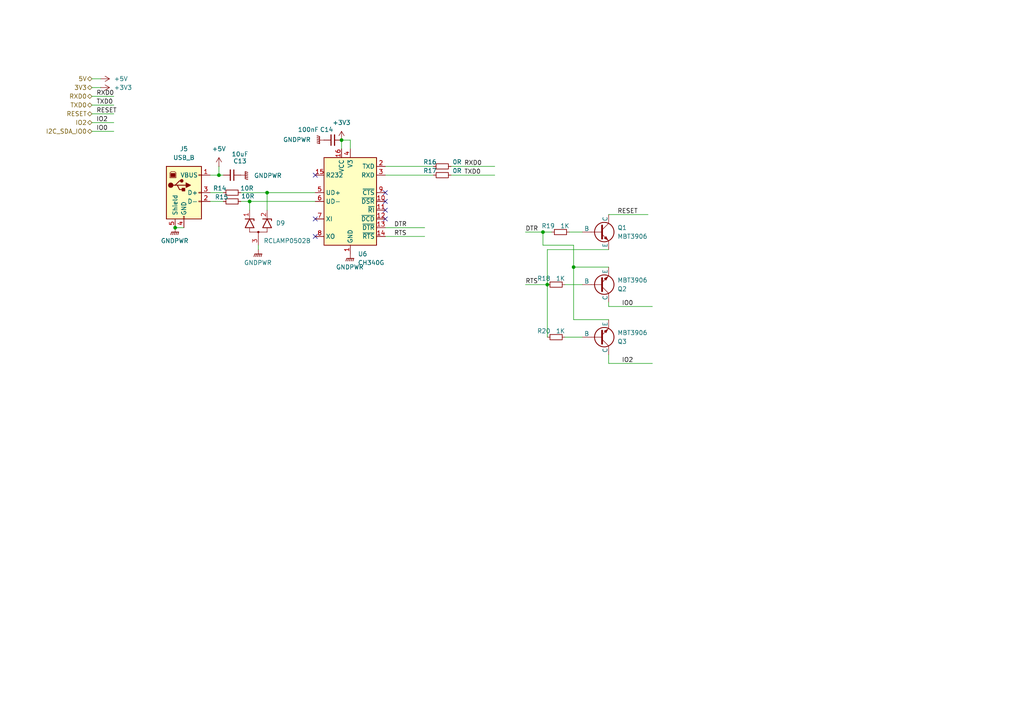
<source format=kicad_sch>
(kicad_sch (version 20231120) (generator "eeschema") (generator_version "8.0")
  (paper "A4")
  (lib_symbols
    (symbol "Connector:USB_B" (pin_names (offset 1.016))
      (property "Reference" "J" (at -5.08 11.43 0))
      (property "Value" "USB_B" (at -5.08 8.89 0))
      (symbol "USB_B_0_1"
        (rectangle (start -5.08 -7.62) (end 5.08 7.62) (stroke (width 0.254)) (fill (type background)))
        (circle (center -3.81 2.159) (radius 0.635) (stroke (width 0.254)) (fill (type outline)))
        (rectangle (start -3.81 5.588) (end -2.54 4.572) (fill (type outline)))
        (circle (center -0.635 3.429) (radius 0.381) (stroke (width 0.254)) (fill (type outline)))
        (rectangle (start -0.127 -7.62) (end 0.127 -6.858))
        (polyline (pts (xy -1.905 2.159) (xy 0.635 2.159)) (stroke (width 0.254)))
        (polyline (pts (xy -3.175 2.159) (xy -2.54 2.159) (xy -1.27 3.429) (xy -0.635 3.429)) (stroke (width 0.254)))
        (polyline (pts (xy -2.54 2.159) (xy -1.905 2.159) (xy -1.27 0.889) (xy 0 0.889)) (stroke (width 0.254)))
        (polyline (pts (xy 0.635 2.794) (xy 0.635 1.524) (xy 1.905 2.159) (xy 0.635 2.794)) (stroke (width 0.254)) (fill (type outline)))
        (polyline (pts (xy -4.064 4.318) (xy -2.286 4.318) (xy -2.286 5.715) (xy -2.667 6.096) (xy -3.683 6.096) (xy -4.064 5.715) (xy -4.064 4.318)))
        (rectangle (start 0.254 1.27) (end -0.508 0.508) (stroke (width 0.254)) (fill (type outline)))
        (rectangle (start 5.08 -2.667) (end 4.318 -2.413))
        (rectangle (start 5.08 -0.127) (end 4.318 0.127))
        (rectangle (start 5.08 4.953) (end 4.318 5.207))
      )
      (symbol "USB_B_1_1"
        (pin power_out line (at 7.62 5.08 180) (length 2.54) (name "VBUS") (number "1"))
        (pin bidirectional line (at 7.62 -2.54 180) (length 2.54) (name "D-") (number "2"))
        (pin bidirectional line (at 7.62 0 180) (length 2.54) (name "D+") (number "3"))
        (pin power_out line (at 0 -10.16 90) (length 2.54) (name "GND") (number "4"))
        (pin passive line (at -2.54 -10.16 90) (length 2.54) (name "Shield") (number "5"))
      )
    )
    (symbol "Device:C_Small" (pin_numbers hide) (pin_names (offset 0.254) hide)
      (property "Reference" "C" (at 0.254 1.778 0))
      (property "Value" "C_Small" (at 0.254 -2.032 0))
      (symbol "C_Small_0_1"
        (polyline (pts (xy -1.524 -0.508) (xy 1.524 -0.508)) (stroke (width 0.3302)))
        (polyline (pts (xy -1.524 0.508) (xy 1.524 0.508)) (stroke (width 0.3048)))
      )
      (symbol "C_Small_1_1"
        (pin passive line (at 0 2.54 270) (length 2.032) (name "~") (number "1"))
        (pin passive line (at 0 -2.54 90) (length 2.032) (name "~") (number "2"))
      )
    )
    (symbol "Device:R_Small" (pin_numbers hide) (pin_names (offset 0.254) hide)
      (property "Reference" "R" (at 0.762 0.508 0))
      (property "Value" "R_Small" (at 0.762 -1.016 0))
      (symbol "R_Small_0_1"
        (rectangle (start -0.762 1.778) (end 0.762 -1.778) (stroke (width 0.2032)))
      )
      (symbol "R_Small_1_1"
        (pin passive line (at 0 2.54 270) (length 0.762) (name "~") (number "1"))
        (pin passive line (at 0 -2.54 90) (length 0.762) (name "~") (number "2"))
      )
    )
    (symbol "Interface_USB:CH340G"
      (property "Reference" "U" (at -5.08 13.97 0))
      (property "Value" "CH340G" (at 1.27 13.97 0))
      (symbol "CH340G_0_1"
        (rectangle (start -7.62 12.7) (end 7.62 -12.7) (stroke (width 0.254)) (fill (type background)))
      )
      (symbol "CH340G_1_1"
        (pin power_in line (at 0 -15.24 90) (length 2.54) (name "GND") (number "1"))
        (pin input line (at 10.16 0 180) (length 2.54) (name "~{DSR}") (number "10"))
        (pin input line (at 10.16 -2.54 180) (length 2.54) (name "~{RI}") (number "11"))
        (pin input line (at 10.16 -5.08 180) (length 2.54) (name "~{DCD}") (number "12"))
        (pin output line (at 10.16 -7.62 180) (length 2.54) (name "~{DTR}") (number "13"))
        (pin output line (at 10.16 -10.16 180) (length 2.54) (name "~{RTS}") (number "14"))
        (pin input line (at -10.16 7.62 0) (length 2.54) (name "R232") (number "15"))
        (pin power_in line (at -2.54 15.24 270) (length 2.54) (name "VCC") (number "16"))
        (pin output line (at 10.16 10.16 180) (length 2.54) (name "TXD") (number "2"))
        (pin input line (at 10.16 7.62 180) (length 2.54) (name "RXD") (number "3"))
        (pin power_out line (at 0 15.24 270) (length 2.54) (name "V3") (number "4"))
        (pin bidirectional line (at -10.16 2.54 0) (length 2.54) (name "UD+") (number "5"))
        (pin bidirectional line (at -10.16 0 0) (length 2.54) (name "UD-") (number "6"))
        (pin input line (at -10.16 -5.08 0) (length 2.54) (name "XI") (number "7"))
        (pin output line (at -10.16 -10.16 0) (length 2.54) (name "XO") (number "8"))
        (pin input line (at 10.16 2.54 180) (length 2.54) (name "~{CTS}") (number "9"))
      )
    )
    (symbol "Power_Protection:RCLAMP0502B" (pin_names hide)
      (property "Reference" "D" (at 0 5.08 0))
      (property "Value" "RCLAMP0502B" (at 0 -5.08 0))
      (symbol "RCLAMP0502B_0_1"
        (polyline (pts (xy -2.54 0) (xy -1.27 0)))
        (polyline (pts (xy -1.27 2.54) (xy -1.27 -2.54)))
        (polyline (pts (xy 0 2.54) (xy -1.27 2.54)) (stroke (width 0.1524)))
        (polyline (pts (xy 2.54 3.81) (xy 2.54 1.27) (xy 2.032 1.27)) (stroke (width 0.254)))
        (polyline (pts (xy 0 1.27) (xy 0 3.81) (xy 2.54 2.54) (xy 0 1.27)) (stroke (width 0.254)))
        (pin passive line (at -5.08 0 0) (length 2.54) (name "A") (number "3"))
      )
      (symbol "RCLAMP0502B_1_1"
        (circle (center -1.27 0) (radius 0.254) (fill (type outline)))
        (polyline (pts (xy 0 -2.54) (xy -1.27 -2.54)) (stroke (width 0.1524)))
        (polyline (pts (xy 2.54 -1.27) (xy 2.54 -3.81) (xy 2.032 -3.81)) (stroke (width 0.254)))
        (polyline (pts (xy 0 -3.81) (xy 0 -1.27) (xy 2.54 -2.54) (xy 0 -3.81)) (stroke (width 0.254)))
        (pin passive line (at 5.08 2.54 180) (length 2.54) (name "K1") (number "1"))
        (pin passive line (at 5.08 -2.54 180) (length 2.54) (name "K2") (number "2"))
      )
    )
    (symbol "Simulation_SPICE:NPN" (pin_numbers hide) (pin_names (offset 0))
      (property "Reference" "Q" (at -2.54 7.62 0))
      (property "Value" "NPN" (at -2.54 5.08 0))
      (symbol "NPN_0_1"
        (polyline (pts (xy -2.54 0) (xy 0.635 0)) (stroke (width 0.1524)))
        (polyline (pts (xy 0.635 0.635) (xy 2.54 2.54)))
        (polyline (pts (xy 2.794 -1.27) (xy 2.794 -1.27)) (stroke (width 0.1524)))
        (polyline (pts (xy 2.794 -1.27) (xy 2.794 -1.27)) (stroke (width 0.1524)))
        (polyline (pts (xy 0.635 -0.635) (xy 2.54 -2.54) (xy 2.54 -2.54)))
        (polyline (pts (xy 0.635 1.905) (xy 0.635 -1.905) (xy 0.635 -1.905)) (stroke (width 0.508)))
        (polyline (pts (xy 1.27 -1.778) (xy 1.778 -1.27) (xy 2.286 -2.286) (xy 1.27 -1.778) (xy 1.27 -1.778)) (fill (type outline)))
        (circle (center 1.27 0) (radius 2.8194) (stroke (width 0.254)))
      )
      (symbol "NPN_1_1"
        (pin open_collector line (at 2.54 5.08 270) (length 2.54) (name "C") (number "1"))
        (pin input line (at -5.08 0 0) (length 2.54) (name "B") (number "2"))
        (pin open_emitter line (at 2.54 -5.08 90) (length 2.54) (name "E") (number "3"))
      )
    )
    (symbol "power:+3V3" (power) (pin_numbers hide) (pin_names (offset 0) hide)
      (property "Value" "+3V3" (at 0 3.556 0))
      (symbol "+3V3_0_1"
        (polyline (pts (xy -0.762 1.27) (xy 0 2.54)))
        (polyline (pts (xy 0 0) (xy 0 2.54)))
        (polyline (pts (xy 0 2.54) (xy 0.762 1.27)))
      )
      (symbol "+3V3_1_1"
        (pin power_in line (at 0 0 90) (length 0) (name "~") (number "1"))
      )
    )
    (symbol "power:+5V" (power) (pin_numbers hide) (pin_names (offset 0) hide)
      (property "Value" "+5V" (at 0 3.556 0))
      (symbol "+5V_0_1"
        (polyline (pts (xy -0.762 1.27) (xy 0 2.54)))
        (polyline (pts (xy 0 0) (xy 0 2.54)))
        (polyline (pts (xy 0 2.54) (xy 0.762 1.27)))
      )
      (symbol "+5V_1_1"
        (pin power_in line (at 0 0 90) (length 0) (name "~") (number "1"))
      )
    )
    (symbol "power:GNDPWR" (power) (pin_numbers hide) (pin_names (offset 0) hide)
      (property "Value" "GNDPWR" (at 0 -3.302 0))
      (symbol "GNDPWR_0_1"
        (polyline (pts (xy 0 -1.27) (xy 0 0)))
        (polyline (pts (xy -1.016 -1.27) (xy -1.27 -2.032) (xy -1.27 -2.032)) (stroke (width 0.2032)))
        (polyline (pts (xy -0.508 -1.27) (xy -0.762 -2.032) (xy -0.762 -2.032)) (stroke (width 0.2032)))
        (polyline (pts (xy 0 -1.27) (xy -0.254 -2.032) (xy -0.254 -2.032)) (stroke (width 0.2032)))
        (polyline (pts (xy 0.508 -1.27) (xy 0.254 -2.032) (xy 0.254 -2.032)) (stroke (width 0.2032)))
        (polyline (pts (xy 1.016 -1.27) (xy -1.016 -1.27) (xy -1.016 -1.27)) (stroke (width 0.2032)))
        (polyline (pts (xy 1.016 -1.27) (xy 0.762 -2.032) (xy 0.762 -2.032) (xy 0.762 -2.032)) (stroke (width 0.2032)))
      )
      (symbol "GNDPWR_1_1"
        (pin power_in line (at 0 0 270) (length 0) (name "~") (number "1"))
      )
    )
  )
  (junction (at 99.06 40.64))
  (junction (at 158.75 82.55))
  (junction (at 77.47 55.88))
  (junction (at 50.8 66.04))
  (junction (at 157.48 67.31))
  (junction (at 72.39 58.42))
  (junction (at 166.37 77.47))
  (junction (at 63.5 50.8))
  (no_connect (at 91.44 63.5))
  (no_connect (at 91.44 50.8))
  (no_connect (at 91.44 68.58))
  (no_connect (at 111.76 60.96))
  (no_connect (at 111.76 63.5))
  (no_connect (at 111.76 55.88))
  (no_connect (at 111.76 58.42))
  (wire (pts (xy 157.48 67.31) (xy 160.02 67.31)))
  (wire (pts (xy 158.75 72.39) (xy 158.75 82.55)))
  (wire (pts (xy 158.75 82.55) (xy 158.75 97.79)))
  (wire (pts (xy 176.53 88.9) (xy 189.23 88.9)))
  (wire (pts (xy 176.53 87.63) (xy 176.53 88.9)))
  (wire (pts (xy 111.76 66.04) (xy 123.19 66.04)))
  (wire (pts (xy 77.47 55.88) (xy 91.44 55.88)))
  (wire (pts (xy 74.93 71.12) (xy 74.93 72.39)))
  (wire (pts (xy 26.67 30.48) (xy 33.02 30.48)))
  (wire (pts (xy 157.48 71.12) (xy 157.48 67.31)))
  (wire (pts (xy 69.85 55.88) (xy 77.47 55.88)))
  (wire (pts (xy 166.37 77.47) (xy 166.37 71.12)))
  (wire (pts (xy 101.6 40.64) (xy 101.6 43.18)))
  (wire (pts (xy 26.67 38.1) (xy 33.02 38.1)))
  (wire (pts (xy 60.96 50.8) (xy 63.5 50.8)))
  (wire (pts (xy 130.81 50.8) (xy 143.51 50.8)))
  (wire (pts (xy 63.5 50.8) (xy 64.77 50.8)))
  (wire (pts (xy 176.53 62.23) (xy 187.96 62.23)))
  (wire (pts (xy 166.37 92.71) (xy 166.37 77.47)))
  (wire (pts (xy 60.96 55.88) (xy 64.77 55.88)))
  (wire (pts (xy 26.67 22.86) (xy 29.21 22.86)))
  (wire (pts (xy 26.67 27.94) (xy 33.02 27.94)))
  (wire (pts (xy 111.76 48.26) (xy 125.73 48.26)))
  (wire (pts (xy 69.85 58.42) (xy 72.39 58.42)))
  (wire (pts (xy 111.76 50.8) (xy 125.73 50.8)))
  (wire (pts (xy 50.8 66.04) (xy 53.34 66.04)))
  (wire (pts (xy 77.47 55.88) (xy 77.47 60.96)))
  (wire (pts (xy 72.39 58.42) (xy 72.39 60.96)))
  (wire (pts (xy 63.5 50.8) (xy 63.5 48.26)))
  (wire (pts (xy 163.83 97.79) (xy 168.91 97.79)))
  (wire (pts (xy 99.06 40.64) (xy 101.6 40.64)))
  (wire (pts (xy 72.39 58.42) (xy 91.44 58.42)))
  (wire (pts (xy 163.83 82.55) (xy 168.91 82.55)))
  (wire (pts (xy 130.81 48.26) (xy 143.51 48.26)))
  (wire (pts (xy 165.1 67.31) (xy 168.91 67.31)))
  (wire (pts (xy 99.06 40.64) (xy 99.06 43.18)))
  (wire (pts (xy 176.53 72.39) (xy 158.75 72.39)))
  (wire (pts (xy 33.02 33.02) (xy 26.67 33.02)))
  (wire (pts (xy 33.02 35.56) (xy 26.67 35.56)))
  (wire (pts (xy 60.96 58.42) (xy 64.77 58.42)))
  (wire (pts (xy 176.53 92.71) (xy 166.37 92.71)))
  (wire (pts (xy 111.76 68.58) (xy 123.19 68.58)))
  (wire (pts (xy 166.37 77.47) (xy 176.53 77.47)))
  (wire (pts (xy 176.53 105.41) (xy 189.23 105.41)))
  (wire (pts (xy 152.4 67.31) (xy 157.48 67.31)))
  (wire (pts (xy 152.4 82.55) (xy 158.75 82.55)))
  (wire (pts (xy 166.37 71.12) (xy 157.48 71.12)))
  (wire (pts (xy 176.53 102.87) (xy 176.53 105.41)))
  (wire (pts (xy 26.67 25.4) (xy 29.21 25.4)))
  (label "RXD0" (at 27.94 27.94 0))
  (label "DTR" (at 114.3 66.04 0))
  (label "RESET" (at 27.94 33.02 0))
  (label "TXD0" (at 134.62 50.8 0))
  (label "RTS" (at 152.4 82.55 0))
  (label "DTR" (at 152.4 67.31 0))
  (label "IO2" (at 27.94 35.56 0))
  (label "IO2" (at 180.34 105.41 0))
  (label "RTS" (at 114.3 68.58 0))
  (label "TXD0" (at 27.94 30.48 0))
  (label "IO0" (at 180.34 88.9 0))
  (label "RXD0" (at 134.62 48.26 0))
  (label "RESET" (at 179.07 62.23 0))
  (label "IO0" (at 27.94 38.1 0))
  (hierarchical_label "I2C_SDA_IO0" (shape bidirectional) (at 26.67 38.1 180))
  (hierarchical_label "5V" (shape bidirectional) (at 26.67 22.86 180))
  (hierarchical_label "3V3" (shape bidirectional) (at 26.67 25.4 180))
  (hierarchical_label "RESET" (shape bidirectional) (at 26.67 33.02 180))
  (hierarchical_label "IO2" (shape bidirectional) (at 26.67 35.56 180))
  (hierarchical_label "TXD0" (shape bidirectional) (at 26.67 30.48 180))
  (hierarchical_label "RXD0" (shape bidirectional) (at 26.67 27.94 180))
  (symbol (lib_id "power:GNDPWR") (at 50.8 66.04 0) (unit 1)
    (property "Reference" "#PWR054" (effects (hide yes)))
    (property "Value" "GNDPWR" (at 50.673 69.85 0))
    (property "Description" "Power symbol creates a global label with name \"GNDPWR\" , global ground" (effects (hide yes)))
  )
  (symbol (lib_id "power:GNDPWR") (at 101.6 73.66 0) (unit 1)
    (property "Reference" "#PWR059" (effects (hide yes)))
    (property "Value" "GNDPWR" (at 101.473 77.47 0))
    (property "Description" "Power symbol creates a global label with name \"GNDPWR\" , global ground" (effects (hide yes)))
  )
  (symbol (lib_id "Simulation_SPICE:NPN") (at 173.99 82.55 0) (mirror x) (unit 1)
    (property "Reference" "Q2" (at 179.07 83.8201 0) (effects (justify left)))
    (property "Value" "MBT3906" (at 179.07 81.2801 0) (effects (justify left)))
    (property "Datasheet" "https://ngspice.sourceforge.io/docs/ngspice-html-manual/manual.xhtml#cha_BJTs" (effects (hide yes)))
    (property "Description" "Bipolar transistor symbol for simulation only, substrate tied to the emitter" (effects (hide yes)))
    (property "Sim.Device" "NPN" (effects (hide yes)))
    (property "Sim.Type" "GUMMELPOON" (effects (hide yes)))
    (property "Sim.Pins" "1=C 2=B 3=E" (effects (hide yes)))
  )
  (symbol (lib_id "power:GNDPWR") (at 74.93 72.39 0) (unit 1)
    (property "Reference" "#PWR058" (effects (hide yes)))
    (property "Value" "GNDPWR" (at 74.803 76.2 0))
    (property "Description" "Power symbol creates a global label with name \"GNDPWR\" , global ground" (effects (hide yes)))
  )
  (symbol (lib_id "Power_Protection:RCLAMP0502B") (at 74.93 66.04 90) (unit 1)
    (property "Reference" "D9" (at 80.01 64.7064 90) (effects (justify right)))
    (property "Value" "RCLAMP0502B" (at 76.454 69.85 90) (effects (justify right)))
    (property "Footprint" "Package_TO_SOT_SMD:SOT-416" (effects (hide yes)))
    (property "Datasheet" "https://www.semtech.com/products/circuit-protection/low-capacitance/rclamp0502b" (effects (hide yes)))
    (property "Description" "Low capacitance unidirectional dual ESD protection diode, SC-75" (effects (hide yes)))
  )
  (symbol (lib_id "Device:R_Small") (at 161.29 97.79 270) (unit 1)
    (property "Reference" "R20" (at 157.734 96.012 90))
    (property "Value" "1K" (at 162.56 96.012 90))
    (property "Description" "Resistor, small symbol" (effects (hide yes)))
  )
  (symbol (lib_id "power:GNDPWR") (at 93.98 40.64 270) (unit 1)
    (property "Reference" "#PWR057" (effects (hide yes)))
    (property "Value" "GNDPWR" (at 90.17 40.5129 90) (effects (justify right)))
    (property "Description" "Power symbol creates a global label with name \"GNDPWR\" , global ground" (effects (hide yes)))
  )
  (symbol (lib_id "power:+3V3") (at 29.21 25.4 270) (unit 1)
    (property "Reference" "#PWR055" (effects (hide yes)))
    (property "Value" "+3V3" (at 33.02 25.3999 90) (effects (justify left)))
    (property "Description" "Power symbol creates a global label with name \"+3V3\"" (effects (hide yes)))
  )
  (symbol (lib_id "Device:R_Small") (at 162.56 67.31 270) (unit 1)
    (property "Reference" "R19" (at 159.004 65.532 90))
    (property "Value" "1K" (at 163.83 65.532 90))
    (property "Description" "Resistor, small symbol" (effects (hide yes)))
  )
  (symbol (lib_id "Device:R_Small") (at 128.27 50.8 270) (unit 1)
    (property "Reference" "R17" (at 124.714 49.53 90))
    (property "Value" "0R" (at 132.588 49.53 90))
    (property "Description" "Resistor, small symbol" (effects (hide yes)))
  )
  (symbol (lib_id "power:GNDPWR") (at 69.85 50.8 90) (unit 1)
    (property "Reference" "#PWR053" (effects (hide yes)))
    (property "Value" "GNDPWR" (at 73.66 50.9269 90) (effects (justify right)))
    (property "Description" "Power symbol creates a global label with name \"GNDPWR\" , global ground" (effects (hide yes)))
  )
  (symbol (lib_id "Connector:USB_B") (at 53.34 55.88 0) (unit 1)
    (property "Reference" "J5" (at 53.34 43.18 0))
    (property "Value" "USB_B" (at 53.34 45.72 0))
    (property "Description" "USB Type B connector" (effects (hide yes)))
  )
  (symbol (lib_id "Device:R_Small") (at 67.31 58.42 270) (unit 1)
    (property "Reference" "R15" (at 64.262 57.15 90))
    (property "Value" "10R" (at 71.882 56.896 90))
    (property "Description" "Resistor, small symbol" (effects (hide yes)))
  )
  (symbol (lib_id "Simulation_SPICE:NPN") (at 173.99 97.79 0) (mirror x) (unit 1)
    (property "Reference" "Q3" (at 179.07 99.0601 0) (effects (justify left)))
    (property "Value" "MBT3906" (at 179.07 96.5201 0) (effects (justify left)))
    (property "Datasheet" "https://ngspice.sourceforge.io/docs/ngspice-html-manual/manual.xhtml#cha_BJTs" (effects (hide yes)))
    (property "Description" "Bipolar transistor symbol for simulation only, substrate tied to the emitter" (effects (hide yes)))
    (property "Sim.Device" "NPN" (effects (hide yes)))
    (property "Sim.Type" "GUMMELPOON" (effects (hide yes)))
    (property "Sim.Pins" "1=C 2=B 3=E" (effects (hide yes)))
  )
  (symbol (lib_id "power:+3V3") (at 99.06 40.64 0) (unit 1)
    (property "Reference" "#PWR056" (effects (hide yes)))
    (property "Value" "+3V3" (at 99.06 35.56 0))
    (property "Description" "Power symbol creates a global label with name \"+3V3\"" (effects (hide yes)))
  )
  (symbol (lib_id "Device:C_Small") (at 96.52 40.64 90) (unit 1)
    (property "Reference" "C14" (at 94.742 37.592 90))
    (property "Value" "100nF" (at 89.408 37.592 90))
    (property "Description" "Unpolarized capacitor, small symbol" (effects (hide yes)))
  )
  (symbol (lib_id "Interface_USB:CH340G") (at 101.6 58.42 0) (unit 1)
    (property "Reference" "U6" (at 103.7941 73.66 0) (effects (justify left)))
    (property "Value" "CH340G" (at 103.7941 76.2 0) (effects (justify left)))
    (property "Footprint" "Package_SO:SOIC-16_3.9x9.9mm_P1.27mm" (effects (hide yes)))
    (property "Datasheet" "http://www.datasheet5.com/pdf-local-2195953" (effects (hide yes)))
    (property "Description" "USB serial converter, UART, SOIC-16" (effects (hide yes)))
  )
  (symbol (lib_id "Device:R_Small") (at 67.31 55.88 270) (unit 1)
    (property "Reference" "R14" (at 63.754 54.61 90))
    (property "Value" "10R" (at 71.628 54.61 90))
    (property "Description" "Resistor, small symbol" (effects (hide yes)))
  )
  (symbol (lib_id "power:+5V") (at 29.21 22.86 270) (unit 1)
    (property "Reference" "#PWR051" (effects (hide yes)))
    (property "Value" "+5V" (at 33.02 22.8599 90) (effects (justify left)))
    (property "Description" "Power symbol creates a global label with name \"+5V\"" (effects (hide yes)))
  )
  (symbol (lib_id "Device:C_Small") (at 67.31 50.8 270) (unit 1)
    (property "Reference" "C13" (at 69.596 46.736 90))
    (property "Value" "10uF" (at 69.596 44.704 90))
    (property "Description" "Unpolarized capacitor, small symbol" (effects (hide yes)))
  )
  (symbol (lib_id "Device:R_Small") (at 128.27 48.26 270) (unit 1)
    (property "Reference" "R16" (at 124.714 46.99 90))
    (property "Value" "0R" (at 132.588 46.99 90))
    (property "Description" "Resistor, small symbol" (effects (hide yes)))
  )
  (symbol (lib_id "Simulation_SPICE:NPN") (at 173.99 67.31 0) (unit 1)
    (property "Reference" "Q1" (at 179.07 66.0399 0) (effects (justify left)))
    (property "Value" "MBT3906" (at 179.07 68.5799 0) (effects (justify left)))
    (property "Datasheet" "https://ngspice.sourceforge.io/docs/ngspice-html-manual/manual.xhtml#cha_BJTs" (effects (hide yes)))
    (property "Description" "Bipolar transistor symbol for simulation only, substrate tied to the emitter" (effects (hide yes)))
    (property "Sim.Device" "NPN" (effects (hide yes)))
    (property "Sim.Type" "GUMMELPOON" (effects (hide yes)))
    (property "Sim.Pins" "1=C 2=B 3=E" (effects (hide yes)))
  )
  (symbol (lib_id "power:+5V") (at 63.5 48.26 0) (unit 1)
    (property "Reference" "#PWR052" (effects (hide yes)))
    (property "Value" "+5V" (at 63.5 43.18 0))
    (property "Description" "Power symbol creates a global label with name \"+5V\"" (effects (hide yes)))
  )
  (symbol (lib_id "Device:R_Small") (at 161.29 82.55 270) (unit 1)
    (property "Reference" "R18" (at 157.734 80.772 90))
    (property "Value" "1K" (at 162.56 80.772 90))
    (property "Description" "Resistor, small symbol" (effects (hide yes)))
  )
)
</source>
